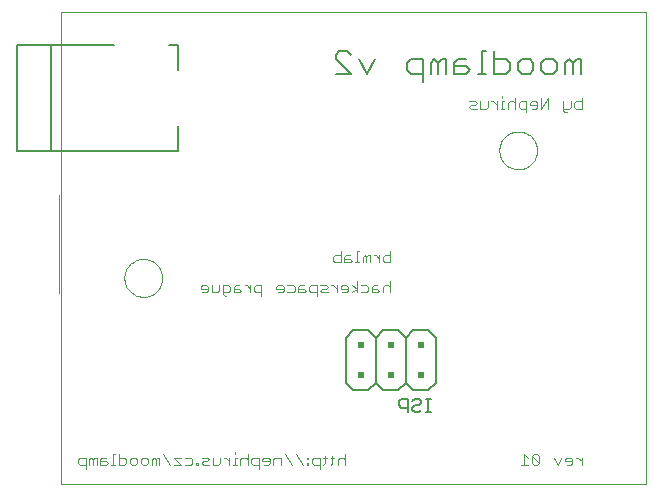
<source format=gbo>
G75*
G70*
%OFA0B0*%
%FSLAX24Y24*%
%IPPOS*%
%LPD*%
%AMOC8*
5,1,8,0,0,1.08239X$1,22.5*
%
%ADD10C,0.0000*%
%ADD11C,0.0070*%
%ADD12C,0.0030*%
%ADD13C,0.0080*%
%ADD14C,0.0060*%
%ADD15R,0.0200X0.0200*%
%ADD16C,0.0050*%
D10*
X002000Y000430D02*
X002000Y016176D01*
X021495Y016176D01*
X021495Y000430D01*
X002000Y000430D01*
X001929Y006796D02*
X001929Y010064D01*
X004120Y007305D02*
X004122Y007355D01*
X004128Y007405D01*
X004138Y007454D01*
X004152Y007502D01*
X004169Y007549D01*
X004190Y007594D01*
X004215Y007638D01*
X004243Y007679D01*
X004275Y007718D01*
X004309Y007755D01*
X004346Y007789D01*
X004386Y007819D01*
X004428Y007846D01*
X004472Y007870D01*
X004518Y007891D01*
X004565Y007907D01*
X004613Y007920D01*
X004663Y007929D01*
X004712Y007934D01*
X004763Y007935D01*
X004813Y007932D01*
X004862Y007925D01*
X004911Y007914D01*
X004959Y007899D01*
X005005Y007881D01*
X005050Y007859D01*
X005093Y007833D01*
X005134Y007804D01*
X005173Y007772D01*
X005209Y007737D01*
X005241Y007699D01*
X005271Y007659D01*
X005298Y007616D01*
X005321Y007572D01*
X005340Y007526D01*
X005356Y007478D01*
X005368Y007429D01*
X005376Y007380D01*
X005380Y007330D01*
X005380Y007280D01*
X005376Y007230D01*
X005368Y007181D01*
X005356Y007132D01*
X005340Y007084D01*
X005321Y007038D01*
X005298Y006994D01*
X005271Y006951D01*
X005241Y006911D01*
X005209Y006873D01*
X005173Y006838D01*
X005134Y006806D01*
X005093Y006777D01*
X005050Y006751D01*
X005005Y006729D01*
X004959Y006711D01*
X004911Y006696D01*
X004862Y006685D01*
X004813Y006678D01*
X004763Y006675D01*
X004712Y006676D01*
X004663Y006681D01*
X004613Y006690D01*
X004565Y006703D01*
X004518Y006719D01*
X004472Y006740D01*
X004428Y006764D01*
X004386Y006791D01*
X004346Y006821D01*
X004309Y006855D01*
X004275Y006892D01*
X004243Y006931D01*
X004215Y006972D01*
X004190Y007016D01*
X004169Y007061D01*
X004152Y007108D01*
X004138Y007156D01*
X004128Y007205D01*
X004122Y007255D01*
X004120Y007305D01*
X016620Y011555D02*
X016622Y011605D01*
X016628Y011655D01*
X016638Y011704D01*
X016652Y011752D01*
X016669Y011799D01*
X016690Y011844D01*
X016715Y011888D01*
X016743Y011929D01*
X016775Y011968D01*
X016809Y012005D01*
X016846Y012039D01*
X016886Y012069D01*
X016928Y012096D01*
X016972Y012120D01*
X017018Y012141D01*
X017065Y012157D01*
X017113Y012170D01*
X017163Y012179D01*
X017212Y012184D01*
X017263Y012185D01*
X017313Y012182D01*
X017362Y012175D01*
X017411Y012164D01*
X017459Y012149D01*
X017505Y012131D01*
X017550Y012109D01*
X017593Y012083D01*
X017634Y012054D01*
X017673Y012022D01*
X017709Y011987D01*
X017741Y011949D01*
X017771Y011909D01*
X017798Y011866D01*
X017821Y011822D01*
X017840Y011776D01*
X017856Y011728D01*
X017868Y011679D01*
X017876Y011630D01*
X017880Y011580D01*
X017880Y011530D01*
X017876Y011480D01*
X017868Y011431D01*
X017856Y011382D01*
X017840Y011334D01*
X017821Y011288D01*
X017798Y011244D01*
X017771Y011201D01*
X017741Y011161D01*
X017709Y011123D01*
X017673Y011088D01*
X017634Y011056D01*
X017593Y011027D01*
X017550Y011001D01*
X017505Y010979D01*
X017459Y010961D01*
X017411Y010946D01*
X017362Y010935D01*
X017313Y010928D01*
X017263Y010925D01*
X017212Y010926D01*
X017163Y010931D01*
X017113Y010940D01*
X017065Y010953D01*
X017018Y010969D01*
X016972Y010990D01*
X016928Y011014D01*
X016886Y011041D01*
X016846Y011071D01*
X016809Y011105D01*
X016775Y011142D01*
X016743Y011181D01*
X016715Y011222D01*
X016690Y011266D01*
X016669Y011311D01*
X016652Y011358D01*
X016638Y011406D01*
X016628Y011455D01*
X016622Y011505D01*
X016620Y011555D01*
D11*
X014061Y013826D02*
X014061Y014617D01*
X013665Y014617D01*
X013534Y014485D01*
X013534Y014222D01*
X013665Y014090D01*
X014061Y014090D01*
X014326Y014090D02*
X014326Y014485D01*
X014457Y014617D01*
X014589Y014485D01*
X014589Y014090D01*
X014853Y014090D02*
X014853Y014617D01*
X014721Y014617D01*
X014589Y014485D01*
X015117Y014485D02*
X015117Y014090D01*
X015513Y014090D01*
X015645Y014222D01*
X015513Y014354D01*
X015117Y014354D01*
X015117Y014485D02*
X015249Y014617D01*
X015513Y014617D01*
X016041Y014881D02*
X016041Y014090D01*
X016172Y014090D02*
X015909Y014090D01*
X016437Y014090D02*
X016833Y014090D01*
X016964Y014222D01*
X016964Y014485D01*
X016833Y014617D01*
X016437Y014617D01*
X016437Y014881D02*
X016437Y014090D01*
X017229Y014222D02*
X017229Y014485D01*
X017361Y014617D01*
X017624Y014617D01*
X017756Y014485D01*
X017756Y014222D01*
X017624Y014090D01*
X017361Y014090D01*
X017229Y014222D01*
X018021Y014222D02*
X018021Y014485D01*
X018153Y014617D01*
X018416Y014617D01*
X018548Y014485D01*
X018548Y014222D01*
X018416Y014090D01*
X018153Y014090D01*
X018021Y014222D01*
X018813Y014090D02*
X018813Y014485D01*
X018945Y014617D01*
X019076Y014485D01*
X019076Y014090D01*
X019340Y014090D02*
X019340Y014617D01*
X019208Y014617D01*
X019076Y014485D01*
X016172Y014881D02*
X016041Y014881D01*
X012477Y014617D02*
X012214Y014090D01*
X011950Y014617D01*
X011685Y014749D02*
X011553Y014881D01*
X011290Y014881D01*
X011158Y014749D01*
X011158Y014617D01*
X011685Y014090D01*
X011158Y014090D01*
D12*
X015614Y013192D02*
X015799Y013192D01*
X015861Y013130D01*
X015799Y013068D01*
X015676Y013068D01*
X015614Y013007D01*
X015676Y012945D01*
X015861Y012945D01*
X015982Y012945D02*
X015982Y013192D01*
X015982Y012945D02*
X016168Y012945D01*
X016229Y013007D01*
X016229Y013192D01*
X016351Y013192D02*
X016413Y013192D01*
X016536Y013068D01*
X016536Y012945D02*
X016536Y013192D01*
X016720Y013192D02*
X016720Y012945D01*
X016782Y012945D02*
X016658Y012945D01*
X016903Y012945D02*
X016903Y013130D01*
X016965Y013192D01*
X017088Y013192D01*
X017150Y013130D01*
X017272Y013130D02*
X017272Y013007D01*
X017333Y012945D01*
X017518Y012945D01*
X017518Y012822D02*
X017518Y013192D01*
X017333Y013192D01*
X017272Y013130D01*
X017150Y013315D02*
X017150Y012945D01*
X016782Y013192D02*
X016720Y013192D01*
X016720Y013315D02*
X016720Y013377D01*
X017640Y013130D02*
X017640Y013068D01*
X017887Y013068D01*
X017887Y013007D02*
X017887Y013130D01*
X017825Y013192D01*
X017702Y013192D01*
X017640Y013130D01*
X017702Y012945D02*
X017825Y012945D01*
X017887Y013007D01*
X018008Y012945D02*
X018008Y013315D01*
X018255Y013315D02*
X018008Y012945D01*
X018255Y012945D02*
X018255Y013315D01*
X018745Y013192D02*
X018745Y012883D01*
X018807Y012822D01*
X018868Y012822D01*
X018930Y012945D02*
X018745Y012945D01*
X018930Y012945D02*
X018992Y013007D01*
X018992Y013192D01*
X019113Y013130D02*
X019175Y013192D01*
X019360Y013192D01*
X019360Y013315D02*
X019360Y012945D01*
X019175Y012945D01*
X019113Y013007D01*
X019113Y013130D01*
X012985Y008190D02*
X012985Y007820D01*
X012800Y007820D01*
X012738Y007882D01*
X012738Y008005D01*
X012800Y008067D01*
X012985Y008067D01*
X012617Y008067D02*
X012617Y007820D01*
X012617Y007943D02*
X012493Y008067D01*
X012432Y008067D01*
X012310Y008067D02*
X012248Y008067D01*
X012186Y008005D01*
X012125Y008067D01*
X012063Y008005D01*
X012063Y007820D01*
X011941Y007820D02*
X011818Y007820D01*
X011880Y007820D02*
X011880Y008190D01*
X011941Y008190D01*
X012186Y008005D02*
X012186Y007820D01*
X012310Y007820D02*
X012310Y008067D01*
X011696Y007882D02*
X011634Y007943D01*
X011449Y007943D01*
X011449Y008005D02*
X011449Y007820D01*
X011634Y007820D01*
X011696Y007882D01*
X011634Y008067D02*
X011511Y008067D01*
X011449Y008005D01*
X011328Y008067D02*
X011142Y008067D01*
X011081Y008005D01*
X011081Y007882D01*
X011142Y007820D01*
X011328Y007820D01*
X011328Y008190D01*
X011388Y007067D02*
X011326Y007005D01*
X011326Y006943D01*
X011573Y006943D01*
X011573Y006882D02*
X011573Y007005D01*
X011511Y007067D01*
X011388Y007067D01*
X011205Y007067D02*
X011205Y006820D01*
X011205Y006943D02*
X011081Y007067D01*
X011020Y007067D01*
X010898Y007005D02*
X010836Y007067D01*
X010651Y007067D01*
X010530Y007067D02*
X010344Y007067D01*
X010283Y007005D01*
X010283Y006882D01*
X010344Y006820D01*
X010530Y006820D01*
X010530Y006697D02*
X010530Y007067D01*
X010713Y006943D02*
X010836Y006943D01*
X010898Y007005D01*
X010898Y006820D02*
X010713Y006820D01*
X010651Y006882D01*
X010713Y006943D01*
X010161Y006882D02*
X010100Y006943D01*
X009914Y006943D01*
X009914Y007005D02*
X009914Y006820D01*
X010100Y006820D01*
X010161Y006882D01*
X010100Y007067D02*
X009976Y007067D01*
X009914Y007005D01*
X009793Y007005D02*
X009793Y006882D01*
X009731Y006820D01*
X009546Y006820D01*
X009425Y006882D02*
X009425Y007005D01*
X009363Y007067D01*
X009239Y007067D01*
X009178Y007005D01*
X009178Y006943D01*
X009425Y006943D01*
X009425Y006882D02*
X009363Y006820D01*
X009239Y006820D01*
X009546Y007067D02*
X009731Y007067D01*
X009793Y007005D01*
X008688Y007067D02*
X008688Y006697D01*
X008688Y006820D02*
X008503Y006820D01*
X008441Y006882D01*
X008441Y007005D01*
X008503Y007067D01*
X008688Y007067D01*
X008320Y007067D02*
X008320Y006820D01*
X008320Y006943D02*
X008196Y007067D01*
X008135Y007067D01*
X007951Y007067D02*
X007828Y007067D01*
X007766Y007005D01*
X007766Y006820D01*
X007951Y006820D01*
X008013Y006882D01*
X007951Y006943D01*
X007766Y006943D01*
X007644Y006882D02*
X007583Y006820D01*
X007398Y006820D01*
X007398Y006758D02*
X007398Y007067D01*
X007583Y007067D01*
X007644Y007005D01*
X007644Y006882D01*
X007521Y006697D02*
X007459Y006697D01*
X007398Y006758D01*
X007276Y006882D02*
X007214Y006820D01*
X007029Y006820D01*
X007029Y007067D01*
X006908Y007005D02*
X006846Y007067D01*
X006723Y007067D01*
X006661Y007005D01*
X006661Y006943D01*
X006908Y006943D01*
X006908Y006882D02*
X006908Y007005D01*
X006908Y006882D02*
X006846Y006820D01*
X006723Y006820D01*
X007276Y006882D02*
X007276Y007067D01*
X011388Y006820D02*
X011511Y006820D01*
X011573Y006882D01*
X011695Y006820D02*
X011880Y006943D01*
X011695Y007067D01*
X011880Y007190D02*
X011880Y006820D01*
X012001Y006820D02*
X012187Y006820D01*
X012248Y006882D01*
X012248Y007005D01*
X012187Y007067D01*
X012001Y007067D01*
X012370Y007005D02*
X012370Y006820D01*
X012555Y006820D01*
X012617Y006882D01*
X012555Y006943D01*
X012370Y006943D01*
X012370Y007005D02*
X012432Y007067D01*
X012555Y007067D01*
X012738Y007005D02*
X012738Y006820D01*
X012738Y007005D02*
X012800Y007067D01*
X012923Y007067D01*
X012985Y007005D01*
X012985Y007190D02*
X012985Y006820D01*
X011485Y001440D02*
X011485Y001070D01*
X011485Y001255D02*
X011423Y001317D01*
X011300Y001317D01*
X011238Y001255D01*
X011238Y001070D01*
X011055Y001132D02*
X010993Y001070D01*
X011055Y001132D02*
X011055Y001379D01*
X011117Y001317D02*
X010993Y001317D01*
X010871Y001317D02*
X010748Y001317D01*
X010809Y001379D02*
X010809Y001132D01*
X010748Y001070D01*
X010626Y001070D02*
X010440Y001070D01*
X010379Y001132D01*
X010379Y001255D01*
X010440Y001317D01*
X010626Y001317D01*
X010626Y000947D01*
X010257Y001070D02*
X010257Y001132D01*
X010196Y001132D01*
X010196Y001070D01*
X010257Y001070D01*
X010073Y001070D02*
X009826Y001440D01*
X009458Y001440D02*
X009705Y001070D01*
X009336Y001070D02*
X009336Y001317D01*
X009151Y001317D01*
X009090Y001255D01*
X009090Y001070D01*
X008968Y001132D02*
X008968Y001255D01*
X008906Y001317D01*
X008783Y001317D01*
X008721Y001255D01*
X008721Y001193D01*
X008968Y001193D01*
X008968Y001132D02*
X008906Y001070D01*
X008783Y001070D01*
X008600Y001070D02*
X008415Y001070D01*
X008353Y001132D01*
X008353Y001255D01*
X008415Y001317D01*
X008600Y001317D01*
X008600Y000947D01*
X008232Y001070D02*
X008232Y001440D01*
X008170Y001317D02*
X008046Y001317D01*
X007985Y001255D01*
X007985Y001070D01*
X007863Y001070D02*
X007740Y001070D01*
X007802Y001070D02*
X007802Y001317D01*
X007863Y001317D01*
X007802Y001440D02*
X007802Y001502D01*
X007618Y001317D02*
X007618Y001070D01*
X007618Y001193D02*
X007494Y001317D01*
X007433Y001317D01*
X007311Y001317D02*
X007311Y001132D01*
X007249Y001070D01*
X007064Y001070D01*
X007064Y001317D01*
X006942Y001255D02*
X006881Y001317D01*
X006696Y001317D01*
X006757Y001193D02*
X006881Y001193D01*
X006942Y001255D01*
X006942Y001070D02*
X006757Y001070D01*
X006696Y001132D01*
X006757Y001193D01*
X006574Y001132D02*
X006512Y001132D01*
X006512Y001070D01*
X006574Y001070D01*
X006574Y001132D01*
X006390Y001132D02*
X006390Y001255D01*
X006328Y001317D01*
X006143Y001317D01*
X006022Y001317D02*
X005775Y001317D01*
X006022Y001070D01*
X005775Y001070D01*
X005653Y001070D02*
X005406Y001440D01*
X005285Y001317D02*
X005223Y001317D01*
X005162Y001255D01*
X005100Y001317D01*
X005038Y001255D01*
X005038Y001070D01*
X005162Y001070D02*
X005162Y001255D01*
X005285Y001317D02*
X005285Y001070D01*
X004917Y001132D02*
X004917Y001255D01*
X004855Y001317D01*
X004732Y001317D01*
X004670Y001255D01*
X004670Y001132D01*
X004732Y001070D01*
X004855Y001070D01*
X004917Y001132D01*
X004548Y001132D02*
X004487Y001070D01*
X004363Y001070D01*
X004302Y001132D01*
X004302Y001255D01*
X004363Y001317D01*
X004487Y001317D01*
X004548Y001255D01*
X004548Y001132D01*
X004180Y001132D02*
X004180Y001255D01*
X004118Y001317D01*
X003933Y001317D01*
X003933Y001440D02*
X003933Y001070D01*
X004118Y001070D01*
X004180Y001132D01*
X003812Y001070D02*
X003688Y001070D01*
X003750Y001070D02*
X003750Y001440D01*
X003812Y001440D01*
X003505Y001317D02*
X003381Y001317D01*
X003319Y001255D01*
X003319Y001070D01*
X003505Y001070D01*
X003566Y001132D01*
X003505Y001193D01*
X003319Y001193D01*
X003198Y001070D02*
X003198Y001317D01*
X003136Y001317D01*
X003074Y001255D01*
X003013Y001317D01*
X002951Y001255D01*
X002951Y001070D01*
X002830Y001070D02*
X002644Y001070D01*
X002583Y001132D01*
X002583Y001255D01*
X002644Y001317D01*
X002830Y001317D01*
X002830Y000947D01*
X003074Y001070D02*
X003074Y001255D01*
X006143Y001070D02*
X006328Y001070D01*
X006390Y001132D01*
X008170Y001317D02*
X008232Y001255D01*
X010196Y001255D02*
X010257Y001255D01*
X010257Y001317D01*
X010196Y001317D01*
X010196Y001255D01*
X017333Y001070D02*
X017580Y001070D01*
X017456Y001070D02*
X017456Y001440D01*
X017580Y001317D01*
X017701Y001379D02*
X017701Y001132D01*
X017763Y001070D01*
X017886Y001070D01*
X017948Y001132D01*
X017701Y001379D01*
X017763Y001440D01*
X017886Y001440D01*
X017948Y001379D01*
X017948Y001132D01*
X018438Y001317D02*
X018561Y001070D01*
X018685Y001317D01*
X018806Y001255D02*
X018806Y001193D01*
X019053Y001193D01*
X019053Y001132D02*
X019053Y001255D01*
X018991Y001317D01*
X018868Y001317D01*
X018806Y001255D01*
X018868Y001070D02*
X018991Y001070D01*
X019053Y001132D01*
X019175Y001317D02*
X019237Y001317D01*
X019360Y001193D01*
X019360Y001070D02*
X019360Y001317D01*
D13*
X005894Y011533D02*
X005894Y012360D01*
X005894Y011533D02*
X001681Y011533D01*
X001681Y015077D01*
X003768Y015077D01*
X005618Y015077D02*
X005894Y015077D01*
X005894Y014250D01*
X001681Y015077D02*
X000539Y015077D01*
X000539Y011533D01*
X001681Y011533D01*
D14*
X011500Y005305D02*
X011500Y003805D01*
X011750Y003555D01*
X012250Y003555D01*
X012500Y003805D01*
X012500Y005305D01*
X012750Y005555D01*
X013250Y005555D01*
X013500Y005305D01*
X013750Y005555D01*
X014250Y005555D01*
X014500Y005305D01*
X014500Y003805D01*
X014250Y003555D01*
X013750Y003555D01*
X013500Y003805D01*
X013500Y005305D01*
X012500Y005305D02*
X012250Y005555D01*
X011750Y005555D01*
X011500Y005305D01*
X012500Y003805D02*
X012750Y003555D01*
X013250Y003555D01*
X013500Y003805D01*
D15*
X014000Y004055D03*
X013000Y004055D03*
X012000Y004055D03*
X012000Y005055D03*
X013000Y005055D03*
X014000Y005055D03*
D16*
X013946Y003280D02*
X013796Y003280D01*
X013721Y003205D01*
X013796Y003055D02*
X013721Y002980D01*
X013721Y002905D01*
X013796Y002830D01*
X013946Y002830D01*
X014021Y002905D01*
X013946Y003055D02*
X013796Y003055D01*
X013946Y003055D02*
X014021Y003130D01*
X014021Y003205D01*
X013946Y003280D01*
X014178Y003280D02*
X014328Y003280D01*
X014253Y003280D02*
X014253Y002830D01*
X014328Y002830D02*
X014178Y002830D01*
X013560Y002830D02*
X013560Y003280D01*
X013335Y003280D01*
X013260Y003205D01*
X013260Y003055D01*
X013335Y002980D01*
X013560Y002980D01*
M02*

</source>
